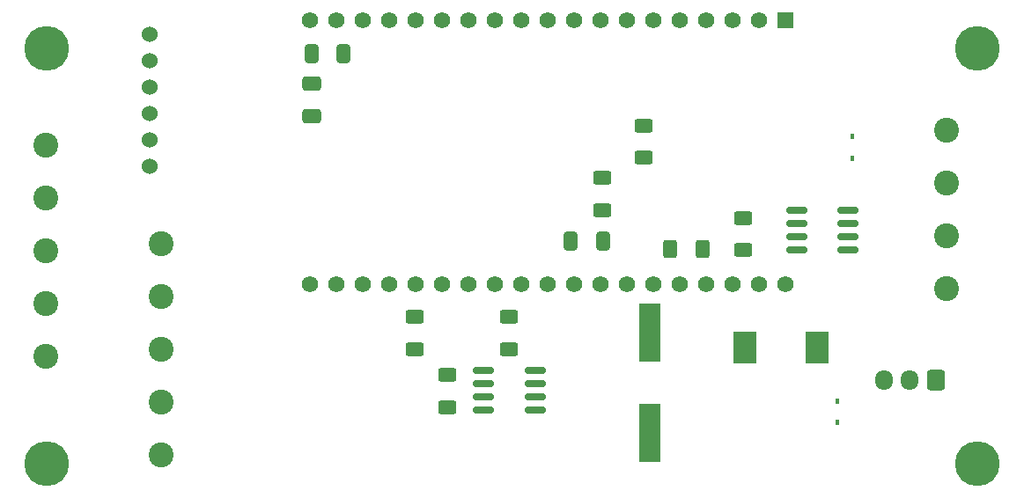
<source format=gts>
%TF.GenerationSoftware,KiCad,Pcbnew,(6.0.1)*%
%TF.CreationDate,2022-02-01T16:24:05+01:00*%
%TF.ProjectId,Drawer_Controller,44726177-6572-45f4-936f-6e74726f6c6c,rev?*%
%TF.SameCoordinates,Original*%
%TF.FileFunction,Soldermask,Top*%
%TF.FilePolarity,Negative*%
%FSLAX46Y46*%
G04 Gerber Fmt 4.6, Leading zero omitted, Abs format (unit mm)*
G04 Created by KiCad (PCBNEW (6.0.1)) date 2022-02-01 16:24:05*
%MOMM*%
%LPD*%
G01*
G04 APERTURE LIST*
G04 Aperture macros list*
%AMRoundRect*
0 Rectangle with rounded corners*
0 $1 Rounding radius*
0 $2 $3 $4 $5 $6 $7 $8 $9 X,Y pos of 4 corners*
0 Add a 4 corners polygon primitive as box body*
4,1,4,$2,$3,$4,$5,$6,$7,$8,$9,$2,$3,0*
0 Add four circle primitives for the rounded corners*
1,1,$1+$1,$2,$3*
1,1,$1+$1,$4,$5*
1,1,$1+$1,$6,$7*
1,1,$1+$1,$8,$9*
0 Add four rect primitives between the rounded corners*
20,1,$1+$1,$2,$3,$4,$5,0*
20,1,$1+$1,$4,$5,$6,$7,0*
20,1,$1+$1,$6,$7,$8,$9,0*
20,1,$1+$1,$8,$9,$2,$3,0*%
G04 Aperture macros list end*
%ADD10R,2.000000X5.700000*%
%ADD11R,1.560000X1.560000*%
%ADD12C,1.560000*%
%ADD13RoundRect,0.250000X0.625000X-0.400000X0.625000X0.400000X-0.625000X0.400000X-0.625000X-0.400000X0*%
%ADD14RoundRect,0.150000X-0.825000X-0.150000X0.825000X-0.150000X0.825000X0.150000X-0.825000X0.150000X0*%
%ADD15C,2.400000*%
%ADD16C,1.524000*%
%ADD17RoundRect,0.250000X-0.400000X-0.625000X0.400000X-0.625000X0.400000X0.625000X-0.400000X0.625000X0*%
%ADD18RoundRect,0.250000X-0.625000X0.400000X-0.625000X-0.400000X0.625000X-0.400000X0.625000X0.400000X0*%
%ADD19C,4.300000*%
%ADD20R,0.450000X0.600000*%
%ADD21RoundRect,0.250000X0.412500X0.650000X-0.412500X0.650000X-0.412500X-0.650000X0.412500X-0.650000X0*%
%ADD22RoundRect,0.250000X-0.650000X0.412500X-0.650000X-0.412500X0.650000X-0.412500X0.650000X0.412500X0*%
%ADD23RoundRect,0.250000X0.600000X0.725000X-0.600000X0.725000X-0.600000X-0.725000X0.600000X-0.725000X0*%
%ADD24O,1.700000X1.950000*%
%ADD25R,2.250000X3.120000*%
G04 APERTURE END LIST*
D10*
%TO.C,C4*%
X166000000Y-142050000D03*
X166000000Y-132350000D03*
%TD*%
D11*
%TO.C,U1*%
X179030000Y-102300000D03*
D12*
X176490000Y-102300000D03*
X173950000Y-102300000D03*
X171410000Y-102300000D03*
X168870000Y-102300000D03*
X166330000Y-102300000D03*
X163790000Y-102300000D03*
X161250000Y-102300000D03*
X158710000Y-102300000D03*
X156170000Y-102300000D03*
X153630000Y-102300000D03*
X151090000Y-102300000D03*
X148550000Y-102300000D03*
X146010000Y-102300000D03*
X143470000Y-102300000D03*
X140930000Y-102300000D03*
X138390000Y-102300000D03*
X135850000Y-102300000D03*
X133310000Y-102300000D03*
X179030000Y-127700000D03*
X176490000Y-127700000D03*
X173950000Y-127700000D03*
X171410000Y-127700000D03*
X168870000Y-127700000D03*
X166330000Y-127700000D03*
X163790000Y-127700000D03*
X161250000Y-127700000D03*
X158710000Y-127700000D03*
X156170000Y-127700000D03*
X153630000Y-127700000D03*
X151090000Y-127700000D03*
X148550000Y-127700000D03*
X146010000Y-127700000D03*
X143470000Y-127700000D03*
X140930000Y-127700000D03*
X138390000Y-127700000D03*
X135850000Y-127700000D03*
X133310000Y-127700000D03*
%TD*%
D13*
%TO.C,R6*%
X146500000Y-139550000D03*
X146500000Y-136450000D03*
%TD*%
D14*
%TO.C,Q1*%
X180125000Y-120595000D03*
X180125000Y-121865000D03*
X180125000Y-123135000D03*
X180125000Y-124405000D03*
X185075000Y-124405000D03*
X185075000Y-123135000D03*
X185075000Y-121865000D03*
X185075000Y-120595000D03*
%TD*%
D15*
%TO.C,J1*%
X107900000Y-134660000D03*
X107900000Y-129580000D03*
X107900000Y-124500000D03*
X107900000Y-119420000D03*
X107900000Y-114340000D03*
%TD*%
D16*
%TO.C,CAN1*%
X117920000Y-103650000D03*
X117920000Y-106190000D03*
X117920000Y-108730000D03*
X117920000Y-111270000D03*
X117920000Y-113810000D03*
X117920000Y-116350000D03*
%TD*%
D17*
%TO.C,R2*%
X167950000Y-124300000D03*
X171050000Y-124300000D03*
%TD*%
D14*
%TO.C,Q2*%
X150025000Y-135995000D03*
X150025000Y-137265000D03*
X150025000Y-138535000D03*
X150025000Y-139805000D03*
X154975000Y-139805000D03*
X154975000Y-138535000D03*
X154975000Y-137265000D03*
X154975000Y-135995000D03*
%TD*%
D18*
%TO.C,R3*%
X143400000Y-130850000D03*
X143400000Y-133950000D03*
%TD*%
D19*
%TO.C,H4*%
X197500000Y-145000000D03*
%TD*%
D20*
%TO.C,D2*%
X185500000Y-115600000D03*
X185500000Y-113500000D03*
%TD*%
D18*
%TO.C,R5*%
X152400000Y-130850000D03*
X152400000Y-133950000D03*
%TD*%
D21*
%TO.C,C1*%
X136562500Y-105500000D03*
X133437500Y-105500000D03*
%TD*%
D15*
%TO.C,J3*%
X119000000Y-144160000D03*
X119000000Y-139080000D03*
X119000000Y-134000000D03*
X119000000Y-128920000D03*
X119000000Y-123840000D03*
%TD*%
D19*
%TO.C,H1*%
X108000000Y-105000000D03*
%TD*%
%TO.C,H2*%
X197500000Y-105000000D03*
%TD*%
D13*
%TO.C,R4*%
X175000000Y-124450000D03*
X175000000Y-121350000D03*
%TD*%
D19*
%TO.C,H3*%
X108000000Y-145000000D03*
%TD*%
D20*
%TO.C,D3*%
X184000000Y-138950000D03*
X184000000Y-141050000D03*
%TD*%
D22*
%TO.C,C2*%
X133500000Y-108437500D03*
X133500000Y-111562500D03*
%TD*%
D23*
%TO.C,J2*%
X193500000Y-136925000D03*
D24*
X191000000Y-136925000D03*
X188500000Y-136925000D03*
%TD*%
D15*
%TO.C,J4*%
X194500000Y-112880000D03*
X194500000Y-117960000D03*
X194500000Y-123040000D03*
X194500000Y-128120000D03*
%TD*%
D13*
%TO.C,R7*%
X161450000Y-120600000D03*
X161450000Y-117500000D03*
%TD*%
D21*
%TO.C,C3*%
X161512500Y-123550000D03*
X158387500Y-123550000D03*
%TD*%
D18*
%TO.C,R1*%
X165400000Y-112450000D03*
X165400000Y-115550000D03*
%TD*%
D25*
%TO.C,D1*%
X175145000Y-133800000D03*
X182055000Y-133800000D03*
%TD*%
M02*

</source>
